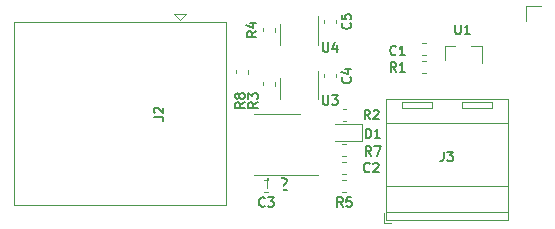
<source format=gbr>
G04 #@! TF.GenerationSoftware,KiCad,Pcbnew,5.99.0-unknown-13d3f57~88~ubuntu18.04.1*
G04 #@! TF.CreationDate,2020-04-02T10:06:32+03:00*
G04 #@! TF.ProjectId,adapter-por,61646170-7465-4722-9d70-6f722e6b6963,rev?*
G04 #@! TF.SameCoordinates,Original*
G04 #@! TF.FileFunction,Legend,Top*
G04 #@! TF.FilePolarity,Positive*
%FSLAX46Y46*%
G04 Gerber Fmt 4.6, Leading zero omitted, Abs format (unit mm)*
G04 Created by KiCad (PCBNEW 5.99.0-unknown-13d3f57~88~ubuntu18.04.1) date 2020-04-02 10:06:32*
%MOMM*%
%LPD*%
G01*
G04 APERTURE LIST*
%ADD10C,0.120000*%
%ADD11C,0.150000*%
%ADD12O,2.100000X2.100000*%
%ADD13C,3.400000*%
%ADD14C,1.900000*%
%ADD15C,3.600000*%
G04 APERTURE END LIST*
D10*
X72000000Y-55060000D02*
X75450000Y-55060000D01*
X72000000Y-55060000D02*
X70050000Y-55060000D01*
X72000000Y-49940000D02*
X73950000Y-49940000D01*
X72000000Y-49940000D02*
X70050000Y-49940000D01*
X68490000Y-46237221D02*
X68490000Y-46562779D01*
X69510000Y-46237221D02*
X69510000Y-46562779D01*
X77010000Y-42262779D02*
X77010000Y-41937221D01*
X75990000Y-42262779D02*
X75990000Y-41937221D01*
X77010000Y-46862779D02*
X77010000Y-46537221D01*
X75990000Y-46862779D02*
X75990000Y-46537221D01*
X75510000Y-44100000D02*
X75510000Y-41650000D01*
X72290000Y-42300000D02*
X72290000Y-44100000D01*
X75510000Y-48700000D02*
X75510000Y-46250000D01*
X72290000Y-46900000D02*
X72290000Y-48700000D01*
X89345000Y-44188000D02*
X89345000Y-45648000D01*
X86185000Y-44188000D02*
X86185000Y-46348000D01*
X86185000Y-44188000D02*
X87115000Y-44188000D01*
X89345000Y-44188000D02*
X88415000Y-44188000D01*
X77543559Y-53510000D02*
X77869117Y-53510000D01*
X77543559Y-52490000D02*
X77869117Y-52490000D01*
X77862779Y-55490000D02*
X77537221Y-55490000D01*
X77862779Y-56510000D02*
X77537221Y-56510000D01*
X71810000Y-42962779D02*
X71810000Y-42637221D01*
X70790000Y-42962779D02*
X70790000Y-42637221D01*
X71810000Y-47562779D02*
X71810000Y-47237221D01*
X70790000Y-47562779D02*
X70790000Y-47237221D01*
X77870315Y-49490000D02*
X77544757Y-49490000D01*
X77870315Y-50510000D02*
X77544757Y-50510000D01*
X84302221Y-46455000D02*
X84627779Y-46455000D01*
X84302221Y-45435000D02*
X84627779Y-45435000D01*
X79194076Y-50765000D02*
X76909076Y-50765000D01*
X79194076Y-52235000D02*
X79194076Y-50765000D01*
X76909076Y-52235000D02*
X79194076Y-52235000D01*
X71262779Y-55490000D02*
X70937221Y-55490000D01*
X71262779Y-56510000D02*
X70937221Y-56510000D01*
X77537221Y-55010000D02*
X77862779Y-55010000D01*
X77537221Y-53990000D02*
X77862779Y-53990000D01*
X84302221Y-44955000D02*
X84627779Y-44955000D01*
X84302221Y-43935000D02*
X84627779Y-43935000D01*
X93095000Y-40775000D02*
X94365000Y-40775000D01*
X93095000Y-42045000D02*
X93095000Y-40775000D01*
X81025000Y-59145000D02*
X81625000Y-59145000D01*
X81025000Y-58305000D02*
X81025000Y-59145000D01*
X90195000Y-48935000D02*
X90195000Y-49435000D01*
X87695000Y-48935000D02*
X87695000Y-49435000D01*
X87695000Y-49435000D02*
X90195000Y-49435000D01*
X87695000Y-48935000D02*
X90195000Y-48935000D01*
X85115000Y-48935000D02*
X85115000Y-49435000D01*
X82615000Y-48935000D02*
X82615000Y-49435000D01*
X82615000Y-49435000D02*
X85115000Y-49435000D01*
X82615000Y-48935000D02*
X85115000Y-48935000D01*
X91545000Y-48625000D02*
X81265000Y-48625000D01*
X91545000Y-58905000D02*
X91545000Y-48625000D01*
X81265000Y-58905000D02*
X91545000Y-58905000D01*
X81265000Y-48625000D02*
X81265000Y-58905000D01*
X81265000Y-50685000D02*
X91545000Y-50685000D01*
X81265000Y-56045000D02*
X91545000Y-56045000D01*
X81265000Y-58245000D02*
X91545000Y-58245000D01*
X63305000Y-41470000D02*
X63805000Y-41970000D01*
X64305000Y-41470000D02*
X63305000Y-41470000D01*
X63805000Y-41970000D02*
X64305000Y-41470000D01*
X49725000Y-42155000D02*
X49725000Y-57675000D01*
X67685000Y-57675000D02*
X49725000Y-57675000D01*
X67685000Y-57675000D02*
X67685000Y-42155000D01*
X67685000Y-42155000D02*
X49725000Y-42155000D01*
D11*
X71238095Y-55352380D02*
X71238095Y-56161904D01*
X71285714Y-56257142D01*
X71333333Y-56304761D01*
X71428571Y-56352380D01*
X71619047Y-56352380D01*
X71714285Y-56304761D01*
X71761904Y-56257142D01*
X71809523Y-56161904D01*
X71809523Y-55352380D01*
X72238095Y-55447619D02*
X72285714Y-55400000D01*
X72380952Y-55352380D01*
X72619047Y-55352380D01*
X72714285Y-55400000D01*
X72761904Y-55447619D01*
X72809523Y-55542857D01*
X72809523Y-55638095D01*
X72761904Y-55780952D01*
X72190476Y-56352380D01*
X72809523Y-56352380D01*
X69261904Y-48933333D02*
X68880952Y-49200000D01*
X69261904Y-49390476D02*
X68461904Y-49390476D01*
X68461904Y-49085714D01*
X68500000Y-49009523D01*
X68538095Y-48971428D01*
X68614285Y-48933333D01*
X68728571Y-48933333D01*
X68804761Y-48971428D01*
X68842857Y-49009523D01*
X68880952Y-49085714D01*
X68880952Y-49390476D01*
X68804761Y-48476190D02*
X68766666Y-48552380D01*
X68728571Y-48590476D01*
X68652380Y-48628571D01*
X68614285Y-48628571D01*
X68538095Y-48590476D01*
X68500000Y-48552380D01*
X68461904Y-48476190D01*
X68461904Y-48323809D01*
X68500000Y-48247619D01*
X68538095Y-48209523D01*
X68614285Y-48171428D01*
X68652380Y-48171428D01*
X68728571Y-48209523D01*
X68766666Y-48247619D01*
X68804761Y-48323809D01*
X68804761Y-48476190D01*
X68842857Y-48552380D01*
X68880952Y-48590476D01*
X68957142Y-48628571D01*
X69109523Y-48628571D01*
X69185714Y-48590476D01*
X69223809Y-48552380D01*
X69261904Y-48476190D01*
X69261904Y-48323809D01*
X69223809Y-48247619D01*
X69185714Y-48209523D01*
X69109523Y-48171428D01*
X68957142Y-48171428D01*
X68880952Y-48209523D01*
X68842857Y-48247619D01*
X68804761Y-48323809D01*
X78185714Y-42233333D02*
X78223809Y-42271428D01*
X78261904Y-42385714D01*
X78261904Y-42461904D01*
X78223809Y-42576190D01*
X78147619Y-42652380D01*
X78071428Y-42690476D01*
X77919047Y-42728571D01*
X77804761Y-42728571D01*
X77652380Y-42690476D01*
X77576190Y-42652380D01*
X77500000Y-42576190D01*
X77461904Y-42461904D01*
X77461904Y-42385714D01*
X77500000Y-42271428D01*
X77538095Y-42233333D01*
X77461904Y-41509523D02*
X77461904Y-41890476D01*
X77842857Y-41928571D01*
X77804761Y-41890476D01*
X77766666Y-41814285D01*
X77766666Y-41623809D01*
X77804761Y-41547619D01*
X77842857Y-41509523D01*
X77919047Y-41471428D01*
X78109523Y-41471428D01*
X78185714Y-41509523D01*
X78223809Y-41547619D01*
X78261904Y-41623809D01*
X78261904Y-41814285D01*
X78223809Y-41890476D01*
X78185714Y-41928571D01*
X78185714Y-46833333D02*
X78223809Y-46871428D01*
X78261904Y-46985714D01*
X78261904Y-47061904D01*
X78223809Y-47176190D01*
X78147619Y-47252380D01*
X78071428Y-47290476D01*
X77919047Y-47328571D01*
X77804761Y-47328571D01*
X77652380Y-47290476D01*
X77576190Y-47252380D01*
X77500000Y-47176190D01*
X77461904Y-47061904D01*
X77461904Y-46985714D01*
X77500000Y-46871428D01*
X77538095Y-46833333D01*
X77728571Y-46147619D02*
X78261904Y-46147619D01*
X77423809Y-46338095D02*
X77995238Y-46528571D01*
X77995238Y-46033333D01*
X75890476Y-43861904D02*
X75890476Y-44509523D01*
X75928571Y-44585714D01*
X75966666Y-44623809D01*
X76042857Y-44661904D01*
X76195238Y-44661904D01*
X76271428Y-44623809D01*
X76309523Y-44585714D01*
X76347619Y-44509523D01*
X76347619Y-43861904D01*
X77071428Y-44128571D02*
X77071428Y-44661904D01*
X76880952Y-43823809D02*
X76690476Y-44395238D01*
X77185714Y-44395238D01*
X75890476Y-48361904D02*
X75890476Y-49009523D01*
X75928571Y-49085714D01*
X75966666Y-49123809D01*
X76042857Y-49161904D01*
X76195238Y-49161904D01*
X76271428Y-49123809D01*
X76309523Y-49085714D01*
X76347619Y-49009523D01*
X76347619Y-48361904D01*
X76652380Y-48361904D02*
X77147619Y-48361904D01*
X76880952Y-48666666D01*
X76995238Y-48666666D01*
X77071428Y-48704761D01*
X77109523Y-48742857D01*
X77147619Y-48819047D01*
X77147619Y-49009523D01*
X77109523Y-49085714D01*
X77071428Y-49123809D01*
X76995238Y-49161904D01*
X76766666Y-49161904D01*
X76690476Y-49123809D01*
X76652380Y-49085714D01*
X87090476Y-42361904D02*
X87090476Y-43009523D01*
X87128571Y-43085714D01*
X87166666Y-43123809D01*
X87242857Y-43161904D01*
X87395238Y-43161904D01*
X87471428Y-43123809D01*
X87509523Y-43085714D01*
X87547619Y-43009523D01*
X87547619Y-42361904D01*
X88347619Y-43161904D02*
X87890476Y-43161904D01*
X88119047Y-43161904D02*
X88119047Y-42361904D01*
X88042857Y-42476190D01*
X87966666Y-42552380D01*
X87890476Y-42590476D01*
X79966666Y-53461904D02*
X79700000Y-53080952D01*
X79509523Y-53461904D02*
X79509523Y-52661904D01*
X79814285Y-52661904D01*
X79890476Y-52700000D01*
X79928571Y-52738095D01*
X79966666Y-52814285D01*
X79966666Y-52928571D01*
X79928571Y-53004761D01*
X79890476Y-53042857D01*
X79814285Y-53080952D01*
X79509523Y-53080952D01*
X80233333Y-52661904D02*
X80766666Y-52661904D01*
X80423809Y-53461904D01*
X77566666Y-57791904D02*
X77300000Y-57410952D01*
X77109523Y-57791904D02*
X77109523Y-56991904D01*
X77414285Y-56991904D01*
X77490476Y-57030000D01*
X77528571Y-57068095D01*
X77566666Y-57144285D01*
X77566666Y-57258571D01*
X77528571Y-57334761D01*
X77490476Y-57372857D01*
X77414285Y-57410952D01*
X77109523Y-57410952D01*
X78290476Y-56991904D02*
X77909523Y-56991904D01*
X77871428Y-57372857D01*
X77909523Y-57334761D01*
X77985714Y-57296666D01*
X78176190Y-57296666D01*
X78252380Y-57334761D01*
X78290476Y-57372857D01*
X78328571Y-57449047D01*
X78328571Y-57639523D01*
X78290476Y-57715714D01*
X78252380Y-57753809D01*
X78176190Y-57791904D01*
X77985714Y-57791904D01*
X77909523Y-57753809D01*
X77871428Y-57715714D01*
X70231904Y-42933333D02*
X69850952Y-43200000D01*
X70231904Y-43390476D02*
X69431904Y-43390476D01*
X69431904Y-43085714D01*
X69470000Y-43009523D01*
X69508095Y-42971428D01*
X69584285Y-42933333D01*
X69698571Y-42933333D01*
X69774761Y-42971428D01*
X69812857Y-43009523D01*
X69850952Y-43085714D01*
X69850952Y-43390476D01*
X69698571Y-42247619D02*
X70231904Y-42247619D01*
X69393809Y-42438095D02*
X69965238Y-42628571D01*
X69965238Y-42133333D01*
X70361904Y-48933333D02*
X69980952Y-49200000D01*
X70361904Y-49390476D02*
X69561904Y-49390476D01*
X69561904Y-49085714D01*
X69600000Y-49009523D01*
X69638095Y-48971428D01*
X69714285Y-48933333D01*
X69828571Y-48933333D01*
X69904761Y-48971428D01*
X69942857Y-49009523D01*
X69980952Y-49085714D01*
X69980952Y-49390476D01*
X69561904Y-48666666D02*
X69561904Y-48171428D01*
X69866666Y-48438095D01*
X69866666Y-48323809D01*
X69904761Y-48247619D01*
X69942857Y-48209523D01*
X70019047Y-48171428D01*
X70209523Y-48171428D01*
X70285714Y-48209523D01*
X70323809Y-48247619D01*
X70361904Y-48323809D01*
X70361904Y-48552380D01*
X70323809Y-48628571D01*
X70285714Y-48666666D01*
X79866666Y-50361904D02*
X79600000Y-49980952D01*
X79409523Y-50361904D02*
X79409523Y-49561904D01*
X79714285Y-49561904D01*
X79790476Y-49600000D01*
X79828571Y-49638095D01*
X79866666Y-49714285D01*
X79866666Y-49828571D01*
X79828571Y-49904761D01*
X79790476Y-49942857D01*
X79714285Y-49980952D01*
X79409523Y-49980952D01*
X80171428Y-49638095D02*
X80209523Y-49600000D01*
X80285714Y-49561904D01*
X80476190Y-49561904D01*
X80552380Y-49600000D01*
X80590476Y-49638095D01*
X80628571Y-49714285D01*
X80628571Y-49790476D01*
X80590476Y-49904761D01*
X80133333Y-50361904D01*
X80628571Y-50361904D01*
X82066666Y-46361904D02*
X81800000Y-45980952D01*
X81609523Y-46361904D02*
X81609523Y-45561904D01*
X81914285Y-45561904D01*
X81990476Y-45600000D01*
X82028571Y-45638095D01*
X82066666Y-45714285D01*
X82066666Y-45828571D01*
X82028571Y-45904761D01*
X81990476Y-45942857D01*
X81914285Y-45980952D01*
X81609523Y-45980952D01*
X82828571Y-46361904D02*
X82371428Y-46361904D01*
X82600000Y-46361904D02*
X82600000Y-45561904D01*
X82523809Y-45676190D01*
X82447619Y-45752380D01*
X82371428Y-45790476D01*
X79509523Y-51961904D02*
X79509523Y-51161904D01*
X79700000Y-51161904D01*
X79814285Y-51200000D01*
X79890476Y-51276190D01*
X79928571Y-51352380D01*
X79966666Y-51504761D01*
X79966666Y-51619047D01*
X79928571Y-51771428D01*
X79890476Y-51847619D01*
X79814285Y-51923809D01*
X79700000Y-51961904D01*
X79509523Y-51961904D01*
X80728571Y-51961904D02*
X80271428Y-51961904D01*
X80500000Y-51961904D02*
X80500000Y-51161904D01*
X80423809Y-51276190D01*
X80347619Y-51352380D01*
X80271428Y-51390476D01*
X70966666Y-57715714D02*
X70928571Y-57753809D01*
X70814285Y-57791904D01*
X70738095Y-57791904D01*
X70623809Y-57753809D01*
X70547619Y-57677619D01*
X70509523Y-57601428D01*
X70471428Y-57449047D01*
X70471428Y-57334761D01*
X70509523Y-57182380D01*
X70547619Y-57106190D01*
X70623809Y-57030000D01*
X70738095Y-56991904D01*
X70814285Y-56991904D01*
X70928571Y-57030000D01*
X70966666Y-57068095D01*
X71233333Y-56991904D02*
X71728571Y-56991904D01*
X71461904Y-57296666D01*
X71576190Y-57296666D01*
X71652380Y-57334761D01*
X71690476Y-57372857D01*
X71728571Y-57449047D01*
X71728571Y-57639523D01*
X71690476Y-57715714D01*
X71652380Y-57753809D01*
X71576190Y-57791904D01*
X71347619Y-57791904D01*
X71271428Y-57753809D01*
X71233333Y-57715714D01*
X79833275Y-54785714D02*
X79795180Y-54823809D01*
X79680894Y-54861904D01*
X79604704Y-54861904D01*
X79490418Y-54823809D01*
X79414228Y-54747619D01*
X79376132Y-54671428D01*
X79338037Y-54519047D01*
X79338037Y-54404761D01*
X79376132Y-54252380D01*
X79414228Y-54176190D01*
X79490418Y-54100000D01*
X79604704Y-54061904D01*
X79680894Y-54061904D01*
X79795180Y-54100000D01*
X79833275Y-54138095D01*
X80138037Y-54138095D02*
X80176132Y-54100000D01*
X80252323Y-54061904D01*
X80442799Y-54061904D01*
X80518989Y-54100000D01*
X80557085Y-54138095D01*
X80595180Y-54214285D01*
X80595180Y-54290476D01*
X80557085Y-54404761D01*
X80099942Y-54861904D01*
X80595180Y-54861904D01*
X82066666Y-44885714D02*
X82028571Y-44923809D01*
X81914285Y-44961904D01*
X81838095Y-44961904D01*
X81723809Y-44923809D01*
X81647619Y-44847619D01*
X81609523Y-44771428D01*
X81571428Y-44619047D01*
X81571428Y-44504761D01*
X81609523Y-44352380D01*
X81647619Y-44276190D01*
X81723809Y-44200000D01*
X81838095Y-44161904D01*
X81914285Y-44161904D01*
X82028571Y-44200000D01*
X82066666Y-44238095D01*
X82828571Y-44961904D02*
X82371428Y-44961904D01*
X82600000Y-44961904D02*
X82600000Y-44161904D01*
X82523809Y-44276190D01*
X82447619Y-44352380D01*
X82371428Y-44390476D01*
X86098333Y-53106904D02*
X86098333Y-53678333D01*
X86060238Y-53792619D01*
X85984047Y-53868809D01*
X85869761Y-53906904D01*
X85793571Y-53906904D01*
X86403095Y-53106904D02*
X86898333Y-53106904D01*
X86631666Y-53411666D01*
X86745952Y-53411666D01*
X86822142Y-53449761D01*
X86860238Y-53487857D01*
X86898333Y-53564047D01*
X86898333Y-53754523D01*
X86860238Y-53830714D01*
X86822142Y-53868809D01*
X86745952Y-53906904D01*
X86517380Y-53906904D01*
X86441190Y-53868809D01*
X86403095Y-53830714D01*
X61561904Y-50181666D02*
X62133333Y-50181666D01*
X62247619Y-50219761D01*
X62323809Y-50295952D01*
X62361904Y-50410238D01*
X62361904Y-50486428D01*
X61638095Y-49838809D02*
X61600000Y-49800714D01*
X61561904Y-49724523D01*
X61561904Y-49534047D01*
X61600000Y-49457857D01*
X61638095Y-49419761D01*
X61714285Y-49381666D01*
X61790476Y-49381666D01*
X61904761Y-49419761D01*
X62361904Y-49876904D01*
X62361904Y-49381666D01*
%LPC*%
G36*
G01*
X70500000Y-54155000D02*
X70500000Y-54655000D01*
G75*
G02*
X70250000Y-54905000I-250000J0D01*
G01*
X68600000Y-54905000D01*
G75*
G02*
X68350000Y-54655000I0J250000D01*
G01*
X68350000Y-54155000D01*
G75*
G02*
X68600000Y-53905000I250000J0D01*
G01*
X70250000Y-53905000D01*
G75*
G02*
X70500000Y-54155000I0J-250000D01*
G01*
G37*
G36*
G01*
X70500000Y-52885000D02*
X70500000Y-53385000D01*
G75*
G02*
X70250000Y-53635000I-250000J0D01*
G01*
X68600000Y-53635000D01*
G75*
G02*
X68350000Y-53385000I0J250000D01*
G01*
X68350000Y-52885000D01*
G75*
G02*
X68600000Y-52635000I250000J0D01*
G01*
X70250000Y-52635000D01*
G75*
G02*
X70500000Y-52885000I0J-250000D01*
G01*
G37*
G36*
G01*
X70500000Y-51615000D02*
X70500000Y-52115000D01*
G75*
G02*
X70250000Y-52365000I-250000J0D01*
G01*
X68600000Y-52365000D01*
G75*
G02*
X68350000Y-52115000I0J250000D01*
G01*
X68350000Y-51615000D01*
G75*
G02*
X68600000Y-51365000I250000J0D01*
G01*
X70250000Y-51365000D01*
G75*
G02*
X70500000Y-51615000I0J-250000D01*
G01*
G37*
G36*
G01*
X70500000Y-50345000D02*
X70500000Y-50845000D01*
G75*
G02*
X70250000Y-51095000I-250000J0D01*
G01*
X68600000Y-51095000D01*
G75*
G02*
X68350000Y-50845000I0J250000D01*
G01*
X68350000Y-50345000D01*
G75*
G02*
X68600000Y-50095000I250000J0D01*
G01*
X70250000Y-50095000D01*
G75*
G02*
X70500000Y-50345000I0J-250000D01*
G01*
G37*
G36*
G01*
X75650000Y-50345000D02*
X75650000Y-50845000D01*
G75*
G02*
X75400000Y-51095000I-250000J0D01*
G01*
X73750000Y-51095000D01*
G75*
G02*
X73500000Y-50845000I0J250000D01*
G01*
X73500000Y-50345000D01*
G75*
G02*
X73750000Y-50095000I250000J0D01*
G01*
X75400000Y-50095000D01*
G75*
G02*
X75650000Y-50345000I0J-250000D01*
G01*
G37*
G36*
G01*
X75650000Y-51615000D02*
X75650000Y-52115000D01*
G75*
G02*
X75400000Y-52365000I-250000J0D01*
G01*
X73750000Y-52365000D01*
G75*
G02*
X73500000Y-52115000I0J250000D01*
G01*
X73500000Y-51615000D01*
G75*
G02*
X73750000Y-51365000I250000J0D01*
G01*
X75400000Y-51365000D01*
G75*
G02*
X75650000Y-51615000I0J-250000D01*
G01*
G37*
G36*
G01*
X75650000Y-52885000D02*
X75650000Y-53385000D01*
G75*
G02*
X75400000Y-53635000I-250000J0D01*
G01*
X73750000Y-53635000D01*
G75*
G02*
X73500000Y-53385000I0J250000D01*
G01*
X73500000Y-52885000D01*
G75*
G02*
X73750000Y-52635000I250000J0D01*
G01*
X75400000Y-52635000D01*
G75*
G02*
X75650000Y-52885000I0J-250000D01*
G01*
G37*
G36*
G01*
X75650000Y-54155000D02*
X75650000Y-54655000D01*
G75*
G02*
X75400000Y-54905000I-250000J0D01*
G01*
X73750000Y-54905000D01*
G75*
G02*
X73500000Y-54655000I0J250000D01*
G01*
X73500000Y-54155000D01*
G75*
G02*
X73750000Y-53905000I250000J0D01*
G01*
X75400000Y-53905000D01*
G75*
G02*
X75650000Y-54155000I0J-250000D01*
G01*
G37*
G36*
G01*
X68643750Y-46550000D02*
X69356250Y-46550000D01*
G75*
G02*
X69675000Y-46868750I0J-318750D01*
G01*
X69675000Y-47506250D01*
G75*
G02*
X69356250Y-47825000I-318750J0D01*
G01*
X68643750Y-47825000D01*
G75*
G02*
X68325000Y-47506250I0J318750D01*
G01*
X68325000Y-46868750D01*
G75*
G02*
X68643750Y-46550000I318750J0D01*
G01*
G37*
G36*
G01*
X68643750Y-44975000D02*
X69356250Y-44975000D01*
G75*
G02*
X69675000Y-45293750I0J-318750D01*
G01*
X69675000Y-45931250D01*
G75*
G02*
X69356250Y-46250000I-318750J0D01*
G01*
X68643750Y-46250000D01*
G75*
G02*
X68325000Y-45931250I0J318750D01*
G01*
X68325000Y-45293750D01*
G75*
G02*
X68643750Y-44975000I318750J0D01*
G01*
G37*
G36*
G01*
X76856250Y-41950000D02*
X76143750Y-41950000D01*
G75*
G02*
X75825000Y-41631250I0J318750D01*
G01*
X75825000Y-40993750D01*
G75*
G02*
X76143750Y-40675000I318750J0D01*
G01*
X76856250Y-40675000D01*
G75*
G02*
X77175000Y-40993750I0J-318750D01*
G01*
X77175000Y-41631250D01*
G75*
G02*
X76856250Y-41950000I-318750J0D01*
G01*
G37*
G36*
G01*
X76856250Y-43525000D02*
X76143750Y-43525000D01*
G75*
G02*
X75825000Y-43206250I0J318750D01*
G01*
X75825000Y-42568750D01*
G75*
G02*
X76143750Y-42250000I318750J0D01*
G01*
X76856250Y-42250000D01*
G75*
G02*
X77175000Y-42568750I0J-318750D01*
G01*
X77175000Y-43206250D01*
G75*
G02*
X76856250Y-43525000I-318750J0D01*
G01*
G37*
G36*
G01*
X76856250Y-46550000D02*
X76143750Y-46550000D01*
G75*
G02*
X75825000Y-46231250I0J318750D01*
G01*
X75825000Y-45593750D01*
G75*
G02*
X76143750Y-45275000I318750J0D01*
G01*
X76856250Y-45275000D01*
G75*
G02*
X77175000Y-45593750I0J-318750D01*
G01*
X77175000Y-46231250D01*
G75*
G02*
X76856250Y-46550000I-318750J0D01*
G01*
G37*
G36*
G01*
X76856250Y-48125000D02*
X76143750Y-48125000D01*
G75*
G02*
X75825000Y-47806250I0J318750D01*
G01*
X75825000Y-47168750D01*
G75*
G02*
X76143750Y-46850000I318750J0D01*
G01*
X76856250Y-46850000D01*
G75*
G02*
X77175000Y-47168750I0J-318750D01*
G01*
X77175000Y-47806250D01*
G75*
G02*
X76856250Y-48125000I-318750J0D01*
G01*
G37*
G36*
G01*
X73575000Y-43570000D02*
X74225000Y-43570000D01*
G75*
G02*
X74425000Y-43770000I0J-200000D01*
G01*
X74425000Y-44830000D01*
G75*
G02*
X74225000Y-45030000I-200000J0D01*
G01*
X73575000Y-45030000D01*
G75*
G02*
X73375000Y-44830000I0J200000D01*
G01*
X73375000Y-43770000D01*
G75*
G02*
X73575000Y-43570000I200000J0D01*
G01*
G37*
G36*
G01*
X74525000Y-43570000D02*
X75175000Y-43570000D01*
G75*
G02*
X75375000Y-43770000I0J-200000D01*
G01*
X75375000Y-44830000D01*
G75*
G02*
X75175000Y-45030000I-200000J0D01*
G01*
X74525000Y-45030000D01*
G75*
G02*
X74325000Y-44830000I0J200000D01*
G01*
X74325000Y-43770000D01*
G75*
G02*
X74525000Y-43570000I200000J0D01*
G01*
G37*
G36*
G01*
X72625000Y-43570000D02*
X73275000Y-43570000D01*
G75*
G02*
X73475000Y-43770000I0J-200000D01*
G01*
X73475000Y-44830000D01*
G75*
G02*
X73275000Y-45030000I-200000J0D01*
G01*
X72625000Y-45030000D01*
G75*
G02*
X72425000Y-44830000I0J200000D01*
G01*
X72425000Y-43770000D01*
G75*
G02*
X72625000Y-43570000I200000J0D01*
G01*
G37*
G36*
G01*
X72625000Y-41370000D02*
X73275000Y-41370000D01*
G75*
G02*
X73475000Y-41570000I0J-200000D01*
G01*
X73475000Y-42630000D01*
G75*
G02*
X73275000Y-42830000I-200000J0D01*
G01*
X72625000Y-42830000D01*
G75*
G02*
X72425000Y-42630000I0J200000D01*
G01*
X72425000Y-41570000D01*
G75*
G02*
X72625000Y-41370000I200000J0D01*
G01*
G37*
G36*
G01*
X73575000Y-41370000D02*
X74225000Y-41370000D01*
G75*
G02*
X74425000Y-41570000I0J-200000D01*
G01*
X74425000Y-42630000D01*
G75*
G02*
X74225000Y-42830000I-200000J0D01*
G01*
X73575000Y-42830000D01*
G75*
G02*
X73375000Y-42630000I0J200000D01*
G01*
X73375000Y-41570000D01*
G75*
G02*
X73575000Y-41370000I200000J0D01*
G01*
G37*
G36*
G01*
X74525000Y-41370000D02*
X75175000Y-41370000D01*
G75*
G02*
X75375000Y-41570000I0J-200000D01*
G01*
X75375000Y-42630000D01*
G75*
G02*
X75175000Y-42830000I-200000J0D01*
G01*
X74525000Y-42830000D01*
G75*
G02*
X74325000Y-42630000I0J200000D01*
G01*
X74325000Y-41570000D01*
G75*
G02*
X74525000Y-41370000I200000J0D01*
G01*
G37*
G36*
G01*
X73575000Y-48170000D02*
X74225000Y-48170000D01*
G75*
G02*
X74425000Y-48370000I0J-200000D01*
G01*
X74425000Y-49430000D01*
G75*
G02*
X74225000Y-49630000I-200000J0D01*
G01*
X73575000Y-49630000D01*
G75*
G02*
X73375000Y-49430000I0J200000D01*
G01*
X73375000Y-48370000D01*
G75*
G02*
X73575000Y-48170000I200000J0D01*
G01*
G37*
G36*
G01*
X74525000Y-48170000D02*
X75175000Y-48170000D01*
G75*
G02*
X75375000Y-48370000I0J-200000D01*
G01*
X75375000Y-49430000D01*
G75*
G02*
X75175000Y-49630000I-200000J0D01*
G01*
X74525000Y-49630000D01*
G75*
G02*
X74325000Y-49430000I0J200000D01*
G01*
X74325000Y-48370000D01*
G75*
G02*
X74525000Y-48170000I200000J0D01*
G01*
G37*
G36*
G01*
X72625000Y-48170000D02*
X73275000Y-48170000D01*
G75*
G02*
X73475000Y-48370000I0J-200000D01*
G01*
X73475000Y-49430000D01*
G75*
G02*
X73275000Y-49630000I-200000J0D01*
G01*
X72625000Y-49630000D01*
G75*
G02*
X72425000Y-49430000I0J200000D01*
G01*
X72425000Y-48370000D01*
G75*
G02*
X72625000Y-48170000I200000J0D01*
G01*
G37*
G36*
G01*
X72625000Y-45970000D02*
X73275000Y-45970000D01*
G75*
G02*
X73475000Y-46170000I0J-200000D01*
G01*
X73475000Y-47230000D01*
G75*
G02*
X73275000Y-47430000I-200000J0D01*
G01*
X72625000Y-47430000D01*
G75*
G02*
X72425000Y-47230000I0J200000D01*
G01*
X72425000Y-46170000D01*
G75*
G02*
X72625000Y-45970000I200000J0D01*
G01*
G37*
G36*
G01*
X73575000Y-45970000D02*
X74225000Y-45970000D01*
G75*
G02*
X74425000Y-46170000I0J-200000D01*
G01*
X74425000Y-47230000D01*
G75*
G02*
X74225000Y-47430000I-200000J0D01*
G01*
X73575000Y-47430000D01*
G75*
G02*
X73375000Y-47230000I0J200000D01*
G01*
X73375000Y-46170000D01*
G75*
G02*
X73575000Y-45970000I200000J0D01*
G01*
G37*
G36*
G01*
X74525000Y-45970000D02*
X75175000Y-45970000D01*
G75*
G02*
X75375000Y-46170000I0J-200000D01*
G01*
X75375000Y-47230000D01*
G75*
G02*
X75175000Y-47430000I-200000J0D01*
G01*
X74525000Y-47430000D01*
G75*
G02*
X74325000Y-47230000I0J200000D01*
G01*
X74325000Y-46170000D01*
G75*
G02*
X74525000Y-45970000I200000J0D01*
G01*
G37*
G36*
G01*
X88165000Y-44598000D02*
X87365000Y-44598000D01*
G75*
G02*
X87165000Y-44398000I0J200000D01*
G01*
X87165000Y-43498000D01*
G75*
G02*
X87365000Y-43298000I200000J0D01*
G01*
X88165000Y-43298000D01*
G75*
G02*
X88365000Y-43498000I0J-200000D01*
G01*
X88365000Y-44398000D01*
G75*
G02*
X88165000Y-44598000I-200000J0D01*
G01*
G37*
G36*
G01*
X89115000Y-46598000D02*
X88315000Y-46598000D01*
G75*
G02*
X88115000Y-46398000I0J200000D01*
G01*
X88115000Y-45498000D01*
G75*
G02*
X88315000Y-45298000I200000J0D01*
G01*
X89115000Y-45298000D01*
G75*
G02*
X89315000Y-45498000I0J-200000D01*
G01*
X89315000Y-46398000D01*
G75*
G02*
X89115000Y-46598000I-200000J0D01*
G01*
G37*
G36*
G01*
X87215000Y-46598000D02*
X86415000Y-46598000D01*
G75*
G02*
X86215000Y-46398000I0J200000D01*
G01*
X86215000Y-45498000D01*
G75*
G02*
X86415000Y-45298000I200000J0D01*
G01*
X87215000Y-45298000D01*
G75*
G02*
X87415000Y-45498000I0J-200000D01*
G01*
X87415000Y-46398000D01*
G75*
G02*
X87215000Y-46598000I-200000J0D01*
G01*
G37*
G36*
G01*
X77856338Y-53356250D02*
X77856338Y-52643750D01*
G75*
G02*
X78175088Y-52325000I318750J0D01*
G01*
X78812588Y-52325000D01*
G75*
G02*
X79131338Y-52643750I0J-318750D01*
G01*
X79131338Y-53356250D01*
G75*
G02*
X78812588Y-53675000I-318750J0D01*
G01*
X78175088Y-53675000D01*
G75*
G02*
X77856338Y-53356250I0J318750D01*
G01*
G37*
G36*
G01*
X76281338Y-53356250D02*
X76281338Y-52643750D01*
G75*
G02*
X76600088Y-52325000I318750J0D01*
G01*
X77237588Y-52325000D01*
G75*
G02*
X77556338Y-52643750I0J-318750D01*
G01*
X77556338Y-53356250D01*
G75*
G02*
X77237588Y-53675000I-318750J0D01*
G01*
X76600088Y-53675000D01*
G75*
G02*
X76281338Y-53356250I0J318750D01*
G01*
G37*
G36*
G01*
X77550000Y-55643750D02*
X77550000Y-56356250D01*
G75*
G02*
X77231250Y-56675000I-318750J0D01*
G01*
X76593750Y-56675000D01*
G75*
G02*
X76275000Y-56356250I0J318750D01*
G01*
X76275000Y-55643750D01*
G75*
G02*
X76593750Y-55325000I318750J0D01*
G01*
X77231250Y-55325000D01*
G75*
G02*
X77550000Y-55643750I0J-318750D01*
G01*
G37*
G36*
G01*
X79125000Y-55643750D02*
X79125000Y-56356250D01*
G75*
G02*
X78806250Y-56675000I-318750J0D01*
G01*
X78168750Y-56675000D01*
G75*
G02*
X77850000Y-56356250I0J318750D01*
G01*
X77850000Y-55643750D01*
G75*
G02*
X78168750Y-55325000I318750J0D01*
G01*
X78806250Y-55325000D01*
G75*
G02*
X79125000Y-55643750I0J-318750D01*
G01*
G37*
G36*
G01*
X71656250Y-42650000D02*
X70943750Y-42650000D01*
G75*
G02*
X70625000Y-42331250I0J318750D01*
G01*
X70625000Y-41693750D01*
G75*
G02*
X70943750Y-41375000I318750J0D01*
G01*
X71656250Y-41375000D01*
G75*
G02*
X71975000Y-41693750I0J-318750D01*
G01*
X71975000Y-42331250D01*
G75*
G02*
X71656250Y-42650000I-318750J0D01*
G01*
G37*
G36*
G01*
X71656250Y-44225000D02*
X70943750Y-44225000D01*
G75*
G02*
X70625000Y-43906250I0J318750D01*
G01*
X70625000Y-43268750D01*
G75*
G02*
X70943750Y-42950000I318750J0D01*
G01*
X71656250Y-42950000D01*
G75*
G02*
X71975000Y-43268750I0J-318750D01*
G01*
X71975000Y-43906250D01*
G75*
G02*
X71656250Y-44225000I-318750J0D01*
G01*
G37*
G36*
G01*
X71656250Y-47250000D02*
X70943750Y-47250000D01*
G75*
G02*
X70625000Y-46931250I0J318750D01*
G01*
X70625000Y-46293750D01*
G75*
G02*
X70943750Y-45975000I318750J0D01*
G01*
X71656250Y-45975000D01*
G75*
G02*
X71975000Y-46293750I0J-318750D01*
G01*
X71975000Y-46931250D01*
G75*
G02*
X71656250Y-47250000I-318750J0D01*
G01*
G37*
G36*
G01*
X71656250Y-48825000D02*
X70943750Y-48825000D01*
G75*
G02*
X70625000Y-48506250I0J318750D01*
G01*
X70625000Y-47868750D01*
G75*
G02*
X70943750Y-47550000I318750J0D01*
G01*
X71656250Y-47550000D01*
G75*
G02*
X71975000Y-47868750I0J-318750D01*
G01*
X71975000Y-48506250D01*
G75*
G02*
X71656250Y-48825000I-318750J0D01*
G01*
G37*
G36*
G01*
X77557536Y-49643750D02*
X77557536Y-50356250D01*
G75*
G02*
X77238786Y-50675000I-318750J0D01*
G01*
X76601286Y-50675000D01*
G75*
G02*
X76282536Y-50356250I0J318750D01*
G01*
X76282536Y-49643750D01*
G75*
G02*
X76601286Y-49325000I318750J0D01*
G01*
X77238786Y-49325000D01*
G75*
G02*
X77557536Y-49643750I0J-318750D01*
G01*
G37*
G36*
G01*
X79132536Y-49643750D02*
X79132536Y-50356250D01*
G75*
G02*
X78813786Y-50675000I-318750J0D01*
G01*
X78176286Y-50675000D01*
G75*
G02*
X77857536Y-50356250I0J318750D01*
G01*
X77857536Y-49643750D01*
G75*
G02*
X78176286Y-49325000I318750J0D01*
G01*
X78813786Y-49325000D01*
G75*
G02*
X79132536Y-49643750I0J-318750D01*
G01*
G37*
G36*
G01*
X84615000Y-46301250D02*
X84615000Y-45588750D01*
G75*
G02*
X84933750Y-45270000I318750J0D01*
G01*
X85571250Y-45270000D01*
G75*
G02*
X85890000Y-45588750I0J-318750D01*
G01*
X85890000Y-46301250D01*
G75*
G02*
X85571250Y-46620000I-318750J0D01*
G01*
X84933750Y-46620000D01*
G75*
G02*
X84615000Y-46301250I0J318750D01*
G01*
G37*
G36*
G01*
X83040000Y-46301250D02*
X83040000Y-45588750D01*
G75*
G02*
X83358750Y-45270000I318750J0D01*
G01*
X83996250Y-45270000D01*
G75*
G02*
X84315000Y-45588750I0J-318750D01*
G01*
X84315000Y-46301250D01*
G75*
G02*
X83996250Y-46620000I-318750J0D01*
G01*
X83358750Y-46620000D01*
G75*
G02*
X83040000Y-46301250I0J318750D01*
G01*
G37*
G36*
G01*
X77559076Y-51143750D02*
X77559076Y-51856250D01*
G75*
G02*
X77240326Y-52175000I-318750J0D01*
G01*
X76602826Y-52175000D01*
G75*
G02*
X76284076Y-51856250I0J318750D01*
G01*
X76284076Y-51143750D01*
G75*
G02*
X76602826Y-50825000I318750J0D01*
G01*
X77240326Y-50825000D01*
G75*
G02*
X77559076Y-51143750I0J-318750D01*
G01*
G37*
G36*
G01*
X79134076Y-51143750D02*
X79134076Y-51856250D01*
G75*
G02*
X78815326Y-52175000I-318750J0D01*
G01*
X78177826Y-52175000D01*
G75*
G02*
X77859076Y-51856250I0J318750D01*
G01*
X77859076Y-51143750D01*
G75*
G02*
X78177826Y-50825000I318750J0D01*
G01*
X78815326Y-50825000D01*
G75*
G02*
X79134076Y-51143750I0J-318750D01*
G01*
G37*
G36*
G01*
X70950000Y-55643750D02*
X70950000Y-56356250D01*
G75*
G02*
X70631250Y-56675000I-318750J0D01*
G01*
X69993750Y-56675000D01*
G75*
G02*
X69675000Y-56356250I0J318750D01*
G01*
X69675000Y-55643750D01*
G75*
G02*
X69993750Y-55325000I318750J0D01*
G01*
X70631250Y-55325000D01*
G75*
G02*
X70950000Y-55643750I0J-318750D01*
G01*
G37*
G36*
G01*
X72525000Y-55643750D02*
X72525000Y-56356250D01*
G75*
G02*
X72206250Y-56675000I-318750J0D01*
G01*
X71568750Y-56675000D01*
G75*
G02*
X71250000Y-56356250I0J318750D01*
G01*
X71250000Y-55643750D01*
G75*
G02*
X71568750Y-55325000I318750J0D01*
G01*
X72206250Y-55325000D01*
G75*
G02*
X72525000Y-55643750I0J-318750D01*
G01*
G37*
G36*
G01*
X77850000Y-54856250D02*
X77850000Y-54143750D01*
G75*
G02*
X78168750Y-53825000I318750J0D01*
G01*
X78806250Y-53825000D01*
G75*
G02*
X79125000Y-54143750I0J-318750D01*
G01*
X79125000Y-54856250D01*
G75*
G02*
X78806250Y-55175000I-318750J0D01*
G01*
X78168750Y-55175000D01*
G75*
G02*
X77850000Y-54856250I0J318750D01*
G01*
G37*
G36*
G01*
X76275000Y-54856250D02*
X76275000Y-54143750D01*
G75*
G02*
X76593750Y-53825000I318750J0D01*
G01*
X77231250Y-53825000D01*
G75*
G02*
X77550000Y-54143750I0J-318750D01*
G01*
X77550000Y-54856250D01*
G75*
G02*
X77231250Y-55175000I-318750J0D01*
G01*
X76593750Y-55175000D01*
G75*
G02*
X76275000Y-54856250I0J318750D01*
G01*
G37*
G36*
G01*
X84615000Y-44801250D02*
X84615000Y-44088750D01*
G75*
G02*
X84933750Y-43770000I318750J0D01*
G01*
X85571250Y-43770000D01*
G75*
G02*
X85890000Y-44088750I0J-318750D01*
G01*
X85890000Y-44801250D01*
G75*
G02*
X85571250Y-45120000I-318750J0D01*
G01*
X84933750Y-45120000D01*
G75*
G02*
X84615000Y-44801250I0J318750D01*
G01*
G37*
G36*
G01*
X83040000Y-44801250D02*
X83040000Y-44088750D01*
G75*
G02*
X83358750Y-43770000I318750J0D01*
G01*
X83996250Y-43770000D01*
G75*
G02*
X84315000Y-44088750I0J-318750D01*
G01*
X84315000Y-44801250D01*
G75*
G02*
X83996250Y-45120000I-318750J0D01*
G01*
X83358750Y-45120000D01*
G75*
G02*
X83040000Y-44801250I0J318750D01*
G01*
G37*
G36*
G01*
X93315000Y-42895000D02*
X93315000Y-41195000D01*
G75*
G02*
X93515000Y-40995000I200000J0D01*
G01*
X95215000Y-40995000D01*
G75*
G02*
X95415000Y-41195000I0J-200000D01*
G01*
X95415000Y-42895000D01*
G75*
G02*
X95215000Y-43095000I-200000J0D01*
G01*
X93515000Y-43095000D01*
G75*
G02*
X93315000Y-42895000I0J200000D01*
G01*
G37*
D12*
X94365000Y-47125000D03*
X94365000Y-52205000D03*
X94365000Y-57285000D03*
G36*
G01*
X82165000Y-55045000D02*
X82165000Y-52045000D01*
G75*
G02*
X82365000Y-51845000I200000J0D01*
G01*
X85365000Y-51845000D01*
G75*
G02*
X85565000Y-52045000I0J-200000D01*
G01*
X85565000Y-55045000D01*
G75*
G02*
X85365000Y-55245000I-200000J0D01*
G01*
X82365000Y-55245000D01*
G75*
G02*
X82165000Y-55045000I0J200000D01*
G01*
G37*
D13*
X88945000Y-53545000D03*
D14*
X66345000Y-54360000D03*
X63805000Y-53090000D03*
X66345000Y-51820000D03*
X63805000Y-50550000D03*
X66345000Y-49280000D03*
X63805000Y-48010000D03*
X66345000Y-46740000D03*
G36*
G01*
X63055000Y-44520000D02*
X64555000Y-44520000D01*
G75*
G02*
X64755000Y-44720000I0J-200000D01*
G01*
X64755000Y-46220000D01*
G75*
G02*
X64555000Y-46420000I-200000J0D01*
G01*
X63055000Y-46420000D01*
G75*
G02*
X62855000Y-46220000I0J200000D01*
G01*
X62855000Y-44720000D01*
G75*
G02*
X63055000Y-44520000I200000J0D01*
G01*
G37*
D15*
X57455000Y-44200000D03*
X57455000Y-55630000D03*
M02*

</source>
